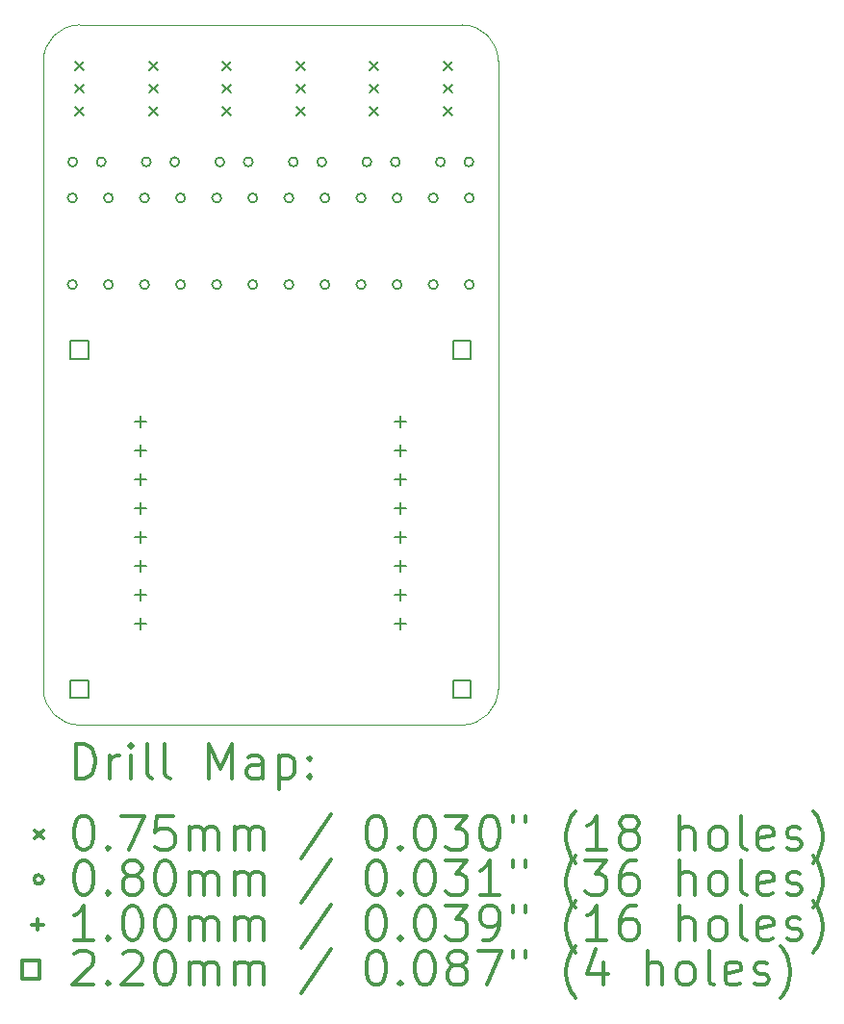
<source format=gbr>
%FSLAX45Y45*%
G04 Gerber Fmt 4.5, Leading zero omitted, Abs format (unit mm)*
G04 Created by KiCad (PCBNEW (5.1.9)-1) date 2021-04-24 19:21:57*
%MOMM*%
%LPD*%
G01*
G04 APERTURE LIST*
%TA.AperFunction,Profile*%
%ADD10C,0.050000*%
%TD*%
%ADD11C,0.200000*%
%ADD12C,0.300000*%
G04 APERTURE END LIST*
D10*
X10414000Y-7685000D02*
G75*
G02*
X10731500Y-7367500I317500J0D01*
G01*
X14097000Y-7367500D02*
G75*
G02*
X14414500Y-7685000I0J-317500D01*
G01*
X10731500Y-13527000D02*
G75*
G02*
X10414000Y-13209500I0J317500D01*
G01*
X14414500Y-13209500D02*
G75*
G02*
X14097000Y-13527000I-317500J0D01*
G01*
X14097000Y-7367500D02*
X10731500Y-7367500D01*
X14414500Y-13209500D02*
X14414500Y-7685000D01*
X10414000Y-13209500D02*
X10414000Y-7685000D01*
X10731500Y-13527000D02*
X14097000Y-13527000D01*
D11*
X10694000Y-7690500D02*
X10769000Y-7765500D01*
X10769000Y-7690500D02*
X10694000Y-7765500D01*
X10694000Y-7890500D02*
X10769000Y-7965500D01*
X10769000Y-7890500D02*
X10694000Y-7965500D01*
X10694000Y-8090500D02*
X10769000Y-8165500D01*
X10769000Y-8090500D02*
X10694000Y-8165500D01*
X11341700Y-7690500D02*
X11416700Y-7765500D01*
X11416700Y-7690500D02*
X11341700Y-7765500D01*
X11341700Y-7890500D02*
X11416700Y-7965500D01*
X11416700Y-7890500D02*
X11341700Y-7965500D01*
X11341700Y-8090500D02*
X11416700Y-8165500D01*
X11416700Y-8090500D02*
X11341700Y-8165500D01*
X11989400Y-7690500D02*
X12064400Y-7765500D01*
X12064400Y-7690500D02*
X11989400Y-7765500D01*
X11989400Y-7890500D02*
X12064400Y-7965500D01*
X12064400Y-7890500D02*
X11989400Y-7965500D01*
X11989400Y-8090500D02*
X12064400Y-8165500D01*
X12064400Y-8090500D02*
X11989400Y-8165500D01*
X12637100Y-7690500D02*
X12712100Y-7765500D01*
X12712100Y-7690500D02*
X12637100Y-7765500D01*
X12637100Y-7890500D02*
X12712100Y-7965500D01*
X12712100Y-7890500D02*
X12637100Y-7965500D01*
X12637100Y-8090500D02*
X12712100Y-8165500D01*
X12712100Y-8090500D02*
X12637100Y-8165500D01*
X13284800Y-7690500D02*
X13359800Y-7765500D01*
X13359800Y-7690500D02*
X13284800Y-7765500D01*
X13284800Y-7890500D02*
X13359800Y-7965500D01*
X13359800Y-7890500D02*
X13284800Y-7965500D01*
X13284800Y-8090500D02*
X13359800Y-8165500D01*
X13359800Y-8090500D02*
X13284800Y-8165500D01*
X13932500Y-7690500D02*
X14007500Y-7765500D01*
X14007500Y-7690500D02*
X13932500Y-7765500D01*
X13932500Y-7890500D02*
X14007500Y-7965500D01*
X14007500Y-7890500D02*
X13932500Y-7965500D01*
X13932500Y-8090500D02*
X14007500Y-8165500D01*
X14007500Y-8090500D02*
X13932500Y-8165500D01*
X10708000Y-8890000D02*
G75*
G03*
X10708000Y-8890000I-40000J0D01*
G01*
X10708000Y-9652000D02*
G75*
G03*
X10708000Y-9652000I-40000J0D01*
G01*
X10712000Y-8572500D02*
G75*
G03*
X10712000Y-8572500I-40000J0D01*
G01*
X10962000Y-8572500D02*
G75*
G03*
X10962000Y-8572500I-40000J0D01*
G01*
X11025500Y-8890000D02*
G75*
G03*
X11025500Y-8890000I-40000J0D01*
G01*
X11025500Y-9652000D02*
G75*
G03*
X11025500Y-9652000I-40000J0D01*
G01*
X11343000Y-8890000D02*
G75*
G03*
X11343000Y-8890000I-40000J0D01*
G01*
X11343000Y-9652000D02*
G75*
G03*
X11343000Y-9652000I-40000J0D01*
G01*
X11358900Y-8572500D02*
G75*
G03*
X11358900Y-8572500I-40000J0D01*
G01*
X11608900Y-8572500D02*
G75*
G03*
X11608900Y-8572500I-40000J0D01*
G01*
X11660500Y-8890000D02*
G75*
G03*
X11660500Y-8890000I-40000J0D01*
G01*
X11660500Y-9652000D02*
G75*
G03*
X11660500Y-9652000I-40000J0D01*
G01*
X11978000Y-8890000D02*
G75*
G03*
X11978000Y-8890000I-40000J0D01*
G01*
X11978000Y-9652000D02*
G75*
G03*
X11978000Y-9652000I-40000J0D01*
G01*
X12005800Y-8572500D02*
G75*
G03*
X12005800Y-8572500I-40000J0D01*
G01*
X12255800Y-8572500D02*
G75*
G03*
X12255800Y-8572500I-40000J0D01*
G01*
X12295500Y-8890000D02*
G75*
G03*
X12295500Y-8890000I-40000J0D01*
G01*
X12295500Y-9652000D02*
G75*
G03*
X12295500Y-9652000I-40000J0D01*
G01*
X12613000Y-8890000D02*
G75*
G03*
X12613000Y-8890000I-40000J0D01*
G01*
X12613000Y-9652000D02*
G75*
G03*
X12613000Y-9652000I-40000J0D01*
G01*
X12652700Y-8572500D02*
G75*
G03*
X12652700Y-8572500I-40000J0D01*
G01*
X12902700Y-8572500D02*
G75*
G03*
X12902700Y-8572500I-40000J0D01*
G01*
X12930500Y-8890000D02*
G75*
G03*
X12930500Y-8890000I-40000J0D01*
G01*
X12930500Y-9652000D02*
G75*
G03*
X12930500Y-9652000I-40000J0D01*
G01*
X13248000Y-8890000D02*
G75*
G03*
X13248000Y-8890000I-40000J0D01*
G01*
X13248000Y-9652000D02*
G75*
G03*
X13248000Y-9652000I-40000J0D01*
G01*
X13299600Y-8572500D02*
G75*
G03*
X13299600Y-8572500I-40000J0D01*
G01*
X13549600Y-8572500D02*
G75*
G03*
X13549600Y-8572500I-40000J0D01*
G01*
X13565500Y-8890000D02*
G75*
G03*
X13565500Y-8890000I-40000J0D01*
G01*
X13565500Y-9652000D02*
G75*
G03*
X13565500Y-9652000I-40000J0D01*
G01*
X13883000Y-8890000D02*
G75*
G03*
X13883000Y-8890000I-40000J0D01*
G01*
X13883000Y-9652000D02*
G75*
G03*
X13883000Y-9652000I-40000J0D01*
G01*
X13946500Y-8572500D02*
G75*
G03*
X13946500Y-8572500I-40000J0D01*
G01*
X14196500Y-8572500D02*
G75*
G03*
X14196500Y-8572500I-40000J0D01*
G01*
X14200500Y-8890000D02*
G75*
G03*
X14200500Y-8890000I-40000J0D01*
G01*
X14200500Y-9652000D02*
G75*
G03*
X14200500Y-9652000I-40000J0D01*
G01*
X11271000Y-10810000D02*
X11271000Y-10910000D01*
X11221000Y-10860000D02*
X11321000Y-10860000D01*
X11271000Y-11064000D02*
X11271000Y-11164000D01*
X11221000Y-11114000D02*
X11321000Y-11114000D01*
X11271000Y-11318000D02*
X11271000Y-11418000D01*
X11221000Y-11368000D02*
X11321000Y-11368000D01*
X11271000Y-11572000D02*
X11271000Y-11672000D01*
X11221000Y-11622000D02*
X11321000Y-11622000D01*
X11271000Y-11826000D02*
X11271000Y-11926000D01*
X11221000Y-11876000D02*
X11321000Y-11876000D01*
X11271000Y-12080000D02*
X11271000Y-12180000D01*
X11221000Y-12130000D02*
X11321000Y-12130000D01*
X11271000Y-12334000D02*
X11271000Y-12434000D01*
X11221000Y-12384000D02*
X11321000Y-12384000D01*
X11271000Y-12588000D02*
X11271000Y-12688000D01*
X11221000Y-12638000D02*
X11321000Y-12638000D01*
X13557000Y-10810000D02*
X13557000Y-10910000D01*
X13507000Y-10860000D02*
X13607000Y-10860000D01*
X13557000Y-11064000D02*
X13557000Y-11164000D01*
X13507000Y-11114000D02*
X13607000Y-11114000D01*
X13557000Y-11318000D02*
X13557000Y-11418000D01*
X13507000Y-11368000D02*
X13607000Y-11368000D01*
X13557000Y-11572000D02*
X13557000Y-11672000D01*
X13507000Y-11622000D02*
X13607000Y-11622000D01*
X13557000Y-11826000D02*
X13557000Y-11926000D01*
X13507000Y-11876000D02*
X13607000Y-11876000D01*
X13557000Y-12080000D02*
X13557000Y-12180000D01*
X13507000Y-12130000D02*
X13607000Y-12130000D01*
X13557000Y-12334000D02*
X13557000Y-12434000D01*
X13507000Y-12384000D02*
X13607000Y-12384000D01*
X13557000Y-12588000D02*
X13557000Y-12688000D01*
X13507000Y-12638000D02*
X13607000Y-12638000D01*
X10809283Y-10302783D02*
X10809283Y-10147218D01*
X10653718Y-10147218D01*
X10653718Y-10302783D01*
X10809283Y-10302783D01*
X10809283Y-13287282D02*
X10809283Y-13131717D01*
X10653718Y-13131717D01*
X10653718Y-13287282D01*
X10809283Y-13287282D01*
X14174782Y-10302783D02*
X14174782Y-10147218D01*
X14019217Y-10147218D01*
X14019217Y-10302783D01*
X14174782Y-10302783D01*
X14174782Y-13287282D02*
X14174782Y-13131717D01*
X14019217Y-13131717D01*
X14019217Y-13287282D01*
X14174782Y-13287282D01*
D12*
X10697928Y-13995214D02*
X10697928Y-13695214D01*
X10769357Y-13695214D01*
X10812214Y-13709500D01*
X10840786Y-13738071D01*
X10855071Y-13766643D01*
X10869357Y-13823786D01*
X10869357Y-13866643D01*
X10855071Y-13923786D01*
X10840786Y-13952357D01*
X10812214Y-13980929D01*
X10769357Y-13995214D01*
X10697928Y-13995214D01*
X10997928Y-13995214D02*
X10997928Y-13795214D01*
X10997928Y-13852357D02*
X11012214Y-13823786D01*
X11026500Y-13809500D01*
X11055071Y-13795214D01*
X11083643Y-13795214D01*
X11183643Y-13995214D02*
X11183643Y-13795214D01*
X11183643Y-13695214D02*
X11169357Y-13709500D01*
X11183643Y-13723786D01*
X11197928Y-13709500D01*
X11183643Y-13695214D01*
X11183643Y-13723786D01*
X11369357Y-13995214D02*
X11340786Y-13980929D01*
X11326500Y-13952357D01*
X11326500Y-13695214D01*
X11526500Y-13995214D02*
X11497928Y-13980929D01*
X11483643Y-13952357D01*
X11483643Y-13695214D01*
X11869357Y-13995214D02*
X11869357Y-13695214D01*
X11969357Y-13909500D01*
X12069357Y-13695214D01*
X12069357Y-13995214D01*
X12340786Y-13995214D02*
X12340786Y-13838071D01*
X12326500Y-13809500D01*
X12297928Y-13795214D01*
X12240786Y-13795214D01*
X12212214Y-13809500D01*
X12340786Y-13980929D02*
X12312214Y-13995214D01*
X12240786Y-13995214D01*
X12212214Y-13980929D01*
X12197928Y-13952357D01*
X12197928Y-13923786D01*
X12212214Y-13895214D01*
X12240786Y-13880929D01*
X12312214Y-13880929D01*
X12340786Y-13866643D01*
X12483643Y-13795214D02*
X12483643Y-14095214D01*
X12483643Y-13809500D02*
X12512214Y-13795214D01*
X12569357Y-13795214D01*
X12597928Y-13809500D01*
X12612214Y-13823786D01*
X12626500Y-13852357D01*
X12626500Y-13938071D01*
X12612214Y-13966643D01*
X12597928Y-13980929D01*
X12569357Y-13995214D01*
X12512214Y-13995214D01*
X12483643Y-13980929D01*
X12755071Y-13966643D02*
X12769357Y-13980929D01*
X12755071Y-13995214D01*
X12740786Y-13980929D01*
X12755071Y-13966643D01*
X12755071Y-13995214D01*
X12755071Y-13809500D02*
X12769357Y-13823786D01*
X12755071Y-13838071D01*
X12740786Y-13823786D01*
X12755071Y-13809500D01*
X12755071Y-13838071D01*
X10336500Y-14452000D02*
X10411500Y-14527000D01*
X10411500Y-14452000D02*
X10336500Y-14527000D01*
X10755071Y-14325214D02*
X10783643Y-14325214D01*
X10812214Y-14339500D01*
X10826500Y-14353786D01*
X10840786Y-14382357D01*
X10855071Y-14439500D01*
X10855071Y-14510929D01*
X10840786Y-14568071D01*
X10826500Y-14596643D01*
X10812214Y-14610929D01*
X10783643Y-14625214D01*
X10755071Y-14625214D01*
X10726500Y-14610929D01*
X10712214Y-14596643D01*
X10697928Y-14568071D01*
X10683643Y-14510929D01*
X10683643Y-14439500D01*
X10697928Y-14382357D01*
X10712214Y-14353786D01*
X10726500Y-14339500D01*
X10755071Y-14325214D01*
X10983643Y-14596643D02*
X10997928Y-14610929D01*
X10983643Y-14625214D01*
X10969357Y-14610929D01*
X10983643Y-14596643D01*
X10983643Y-14625214D01*
X11097928Y-14325214D02*
X11297928Y-14325214D01*
X11169357Y-14625214D01*
X11555071Y-14325214D02*
X11412214Y-14325214D01*
X11397928Y-14468071D01*
X11412214Y-14453786D01*
X11440786Y-14439500D01*
X11512214Y-14439500D01*
X11540786Y-14453786D01*
X11555071Y-14468071D01*
X11569357Y-14496643D01*
X11569357Y-14568071D01*
X11555071Y-14596643D01*
X11540786Y-14610929D01*
X11512214Y-14625214D01*
X11440786Y-14625214D01*
X11412214Y-14610929D01*
X11397928Y-14596643D01*
X11697928Y-14625214D02*
X11697928Y-14425214D01*
X11697928Y-14453786D02*
X11712214Y-14439500D01*
X11740786Y-14425214D01*
X11783643Y-14425214D01*
X11812214Y-14439500D01*
X11826500Y-14468071D01*
X11826500Y-14625214D01*
X11826500Y-14468071D02*
X11840786Y-14439500D01*
X11869357Y-14425214D01*
X11912214Y-14425214D01*
X11940786Y-14439500D01*
X11955071Y-14468071D01*
X11955071Y-14625214D01*
X12097928Y-14625214D02*
X12097928Y-14425214D01*
X12097928Y-14453786D02*
X12112214Y-14439500D01*
X12140786Y-14425214D01*
X12183643Y-14425214D01*
X12212214Y-14439500D01*
X12226500Y-14468071D01*
X12226500Y-14625214D01*
X12226500Y-14468071D02*
X12240786Y-14439500D01*
X12269357Y-14425214D01*
X12312214Y-14425214D01*
X12340786Y-14439500D01*
X12355071Y-14468071D01*
X12355071Y-14625214D01*
X12940786Y-14310929D02*
X12683643Y-14696643D01*
X13326500Y-14325214D02*
X13355071Y-14325214D01*
X13383643Y-14339500D01*
X13397928Y-14353786D01*
X13412214Y-14382357D01*
X13426500Y-14439500D01*
X13426500Y-14510929D01*
X13412214Y-14568071D01*
X13397928Y-14596643D01*
X13383643Y-14610929D01*
X13355071Y-14625214D01*
X13326500Y-14625214D01*
X13297928Y-14610929D01*
X13283643Y-14596643D01*
X13269357Y-14568071D01*
X13255071Y-14510929D01*
X13255071Y-14439500D01*
X13269357Y-14382357D01*
X13283643Y-14353786D01*
X13297928Y-14339500D01*
X13326500Y-14325214D01*
X13555071Y-14596643D02*
X13569357Y-14610929D01*
X13555071Y-14625214D01*
X13540786Y-14610929D01*
X13555071Y-14596643D01*
X13555071Y-14625214D01*
X13755071Y-14325214D02*
X13783643Y-14325214D01*
X13812214Y-14339500D01*
X13826500Y-14353786D01*
X13840786Y-14382357D01*
X13855071Y-14439500D01*
X13855071Y-14510929D01*
X13840786Y-14568071D01*
X13826500Y-14596643D01*
X13812214Y-14610929D01*
X13783643Y-14625214D01*
X13755071Y-14625214D01*
X13726500Y-14610929D01*
X13712214Y-14596643D01*
X13697928Y-14568071D01*
X13683643Y-14510929D01*
X13683643Y-14439500D01*
X13697928Y-14382357D01*
X13712214Y-14353786D01*
X13726500Y-14339500D01*
X13755071Y-14325214D01*
X13955071Y-14325214D02*
X14140786Y-14325214D01*
X14040786Y-14439500D01*
X14083643Y-14439500D01*
X14112214Y-14453786D01*
X14126500Y-14468071D01*
X14140786Y-14496643D01*
X14140786Y-14568071D01*
X14126500Y-14596643D01*
X14112214Y-14610929D01*
X14083643Y-14625214D01*
X13997928Y-14625214D01*
X13969357Y-14610929D01*
X13955071Y-14596643D01*
X14326500Y-14325214D02*
X14355071Y-14325214D01*
X14383643Y-14339500D01*
X14397928Y-14353786D01*
X14412214Y-14382357D01*
X14426500Y-14439500D01*
X14426500Y-14510929D01*
X14412214Y-14568071D01*
X14397928Y-14596643D01*
X14383643Y-14610929D01*
X14355071Y-14625214D01*
X14326500Y-14625214D01*
X14297928Y-14610929D01*
X14283643Y-14596643D01*
X14269357Y-14568071D01*
X14255071Y-14510929D01*
X14255071Y-14439500D01*
X14269357Y-14382357D01*
X14283643Y-14353786D01*
X14297928Y-14339500D01*
X14326500Y-14325214D01*
X14540786Y-14325214D02*
X14540786Y-14382357D01*
X14655071Y-14325214D02*
X14655071Y-14382357D01*
X15097928Y-14739500D02*
X15083643Y-14725214D01*
X15055071Y-14682357D01*
X15040786Y-14653786D01*
X15026500Y-14610929D01*
X15012214Y-14539500D01*
X15012214Y-14482357D01*
X15026500Y-14410929D01*
X15040786Y-14368071D01*
X15055071Y-14339500D01*
X15083643Y-14296643D01*
X15097928Y-14282357D01*
X15369357Y-14625214D02*
X15197928Y-14625214D01*
X15283643Y-14625214D02*
X15283643Y-14325214D01*
X15255071Y-14368071D01*
X15226500Y-14396643D01*
X15197928Y-14410929D01*
X15540786Y-14453786D02*
X15512214Y-14439500D01*
X15497928Y-14425214D01*
X15483643Y-14396643D01*
X15483643Y-14382357D01*
X15497928Y-14353786D01*
X15512214Y-14339500D01*
X15540786Y-14325214D01*
X15597928Y-14325214D01*
X15626500Y-14339500D01*
X15640786Y-14353786D01*
X15655071Y-14382357D01*
X15655071Y-14396643D01*
X15640786Y-14425214D01*
X15626500Y-14439500D01*
X15597928Y-14453786D01*
X15540786Y-14453786D01*
X15512214Y-14468071D01*
X15497928Y-14482357D01*
X15483643Y-14510929D01*
X15483643Y-14568071D01*
X15497928Y-14596643D01*
X15512214Y-14610929D01*
X15540786Y-14625214D01*
X15597928Y-14625214D01*
X15626500Y-14610929D01*
X15640786Y-14596643D01*
X15655071Y-14568071D01*
X15655071Y-14510929D01*
X15640786Y-14482357D01*
X15626500Y-14468071D01*
X15597928Y-14453786D01*
X16012214Y-14625214D02*
X16012214Y-14325214D01*
X16140786Y-14625214D02*
X16140786Y-14468071D01*
X16126500Y-14439500D01*
X16097928Y-14425214D01*
X16055071Y-14425214D01*
X16026500Y-14439500D01*
X16012214Y-14453786D01*
X16326500Y-14625214D02*
X16297928Y-14610929D01*
X16283643Y-14596643D01*
X16269357Y-14568071D01*
X16269357Y-14482357D01*
X16283643Y-14453786D01*
X16297928Y-14439500D01*
X16326500Y-14425214D01*
X16369357Y-14425214D01*
X16397928Y-14439500D01*
X16412214Y-14453786D01*
X16426500Y-14482357D01*
X16426500Y-14568071D01*
X16412214Y-14596643D01*
X16397928Y-14610929D01*
X16369357Y-14625214D01*
X16326500Y-14625214D01*
X16597928Y-14625214D02*
X16569357Y-14610929D01*
X16555071Y-14582357D01*
X16555071Y-14325214D01*
X16826500Y-14610929D02*
X16797928Y-14625214D01*
X16740786Y-14625214D01*
X16712214Y-14610929D01*
X16697928Y-14582357D01*
X16697928Y-14468071D01*
X16712214Y-14439500D01*
X16740786Y-14425214D01*
X16797928Y-14425214D01*
X16826500Y-14439500D01*
X16840786Y-14468071D01*
X16840786Y-14496643D01*
X16697928Y-14525214D01*
X16955071Y-14610929D02*
X16983643Y-14625214D01*
X17040786Y-14625214D01*
X17069357Y-14610929D01*
X17083643Y-14582357D01*
X17083643Y-14568071D01*
X17069357Y-14539500D01*
X17040786Y-14525214D01*
X16997928Y-14525214D01*
X16969357Y-14510929D01*
X16955071Y-14482357D01*
X16955071Y-14468071D01*
X16969357Y-14439500D01*
X16997928Y-14425214D01*
X17040786Y-14425214D01*
X17069357Y-14439500D01*
X17183643Y-14739500D02*
X17197928Y-14725214D01*
X17226500Y-14682357D01*
X17240786Y-14653786D01*
X17255071Y-14610929D01*
X17269357Y-14539500D01*
X17269357Y-14482357D01*
X17255071Y-14410929D01*
X17240786Y-14368071D01*
X17226500Y-14339500D01*
X17197928Y-14296643D01*
X17183643Y-14282357D01*
X10411500Y-14885500D02*
G75*
G03*
X10411500Y-14885500I-40000J0D01*
G01*
X10755071Y-14721214D02*
X10783643Y-14721214D01*
X10812214Y-14735500D01*
X10826500Y-14749786D01*
X10840786Y-14778357D01*
X10855071Y-14835500D01*
X10855071Y-14906929D01*
X10840786Y-14964071D01*
X10826500Y-14992643D01*
X10812214Y-15006929D01*
X10783643Y-15021214D01*
X10755071Y-15021214D01*
X10726500Y-15006929D01*
X10712214Y-14992643D01*
X10697928Y-14964071D01*
X10683643Y-14906929D01*
X10683643Y-14835500D01*
X10697928Y-14778357D01*
X10712214Y-14749786D01*
X10726500Y-14735500D01*
X10755071Y-14721214D01*
X10983643Y-14992643D02*
X10997928Y-15006929D01*
X10983643Y-15021214D01*
X10969357Y-15006929D01*
X10983643Y-14992643D01*
X10983643Y-15021214D01*
X11169357Y-14849786D02*
X11140786Y-14835500D01*
X11126500Y-14821214D01*
X11112214Y-14792643D01*
X11112214Y-14778357D01*
X11126500Y-14749786D01*
X11140786Y-14735500D01*
X11169357Y-14721214D01*
X11226500Y-14721214D01*
X11255071Y-14735500D01*
X11269357Y-14749786D01*
X11283643Y-14778357D01*
X11283643Y-14792643D01*
X11269357Y-14821214D01*
X11255071Y-14835500D01*
X11226500Y-14849786D01*
X11169357Y-14849786D01*
X11140786Y-14864071D01*
X11126500Y-14878357D01*
X11112214Y-14906929D01*
X11112214Y-14964071D01*
X11126500Y-14992643D01*
X11140786Y-15006929D01*
X11169357Y-15021214D01*
X11226500Y-15021214D01*
X11255071Y-15006929D01*
X11269357Y-14992643D01*
X11283643Y-14964071D01*
X11283643Y-14906929D01*
X11269357Y-14878357D01*
X11255071Y-14864071D01*
X11226500Y-14849786D01*
X11469357Y-14721214D02*
X11497928Y-14721214D01*
X11526500Y-14735500D01*
X11540786Y-14749786D01*
X11555071Y-14778357D01*
X11569357Y-14835500D01*
X11569357Y-14906929D01*
X11555071Y-14964071D01*
X11540786Y-14992643D01*
X11526500Y-15006929D01*
X11497928Y-15021214D01*
X11469357Y-15021214D01*
X11440786Y-15006929D01*
X11426500Y-14992643D01*
X11412214Y-14964071D01*
X11397928Y-14906929D01*
X11397928Y-14835500D01*
X11412214Y-14778357D01*
X11426500Y-14749786D01*
X11440786Y-14735500D01*
X11469357Y-14721214D01*
X11697928Y-15021214D02*
X11697928Y-14821214D01*
X11697928Y-14849786D02*
X11712214Y-14835500D01*
X11740786Y-14821214D01*
X11783643Y-14821214D01*
X11812214Y-14835500D01*
X11826500Y-14864071D01*
X11826500Y-15021214D01*
X11826500Y-14864071D02*
X11840786Y-14835500D01*
X11869357Y-14821214D01*
X11912214Y-14821214D01*
X11940786Y-14835500D01*
X11955071Y-14864071D01*
X11955071Y-15021214D01*
X12097928Y-15021214D02*
X12097928Y-14821214D01*
X12097928Y-14849786D02*
X12112214Y-14835500D01*
X12140786Y-14821214D01*
X12183643Y-14821214D01*
X12212214Y-14835500D01*
X12226500Y-14864071D01*
X12226500Y-15021214D01*
X12226500Y-14864071D02*
X12240786Y-14835500D01*
X12269357Y-14821214D01*
X12312214Y-14821214D01*
X12340786Y-14835500D01*
X12355071Y-14864071D01*
X12355071Y-15021214D01*
X12940786Y-14706929D02*
X12683643Y-15092643D01*
X13326500Y-14721214D02*
X13355071Y-14721214D01*
X13383643Y-14735500D01*
X13397928Y-14749786D01*
X13412214Y-14778357D01*
X13426500Y-14835500D01*
X13426500Y-14906929D01*
X13412214Y-14964071D01*
X13397928Y-14992643D01*
X13383643Y-15006929D01*
X13355071Y-15021214D01*
X13326500Y-15021214D01*
X13297928Y-15006929D01*
X13283643Y-14992643D01*
X13269357Y-14964071D01*
X13255071Y-14906929D01*
X13255071Y-14835500D01*
X13269357Y-14778357D01*
X13283643Y-14749786D01*
X13297928Y-14735500D01*
X13326500Y-14721214D01*
X13555071Y-14992643D02*
X13569357Y-15006929D01*
X13555071Y-15021214D01*
X13540786Y-15006929D01*
X13555071Y-14992643D01*
X13555071Y-15021214D01*
X13755071Y-14721214D02*
X13783643Y-14721214D01*
X13812214Y-14735500D01*
X13826500Y-14749786D01*
X13840786Y-14778357D01*
X13855071Y-14835500D01*
X13855071Y-14906929D01*
X13840786Y-14964071D01*
X13826500Y-14992643D01*
X13812214Y-15006929D01*
X13783643Y-15021214D01*
X13755071Y-15021214D01*
X13726500Y-15006929D01*
X13712214Y-14992643D01*
X13697928Y-14964071D01*
X13683643Y-14906929D01*
X13683643Y-14835500D01*
X13697928Y-14778357D01*
X13712214Y-14749786D01*
X13726500Y-14735500D01*
X13755071Y-14721214D01*
X13955071Y-14721214D02*
X14140786Y-14721214D01*
X14040786Y-14835500D01*
X14083643Y-14835500D01*
X14112214Y-14849786D01*
X14126500Y-14864071D01*
X14140786Y-14892643D01*
X14140786Y-14964071D01*
X14126500Y-14992643D01*
X14112214Y-15006929D01*
X14083643Y-15021214D01*
X13997928Y-15021214D01*
X13969357Y-15006929D01*
X13955071Y-14992643D01*
X14426500Y-15021214D02*
X14255071Y-15021214D01*
X14340786Y-15021214D02*
X14340786Y-14721214D01*
X14312214Y-14764071D01*
X14283643Y-14792643D01*
X14255071Y-14806929D01*
X14540786Y-14721214D02*
X14540786Y-14778357D01*
X14655071Y-14721214D02*
X14655071Y-14778357D01*
X15097928Y-15135500D02*
X15083643Y-15121214D01*
X15055071Y-15078357D01*
X15040786Y-15049786D01*
X15026500Y-15006929D01*
X15012214Y-14935500D01*
X15012214Y-14878357D01*
X15026500Y-14806929D01*
X15040786Y-14764071D01*
X15055071Y-14735500D01*
X15083643Y-14692643D01*
X15097928Y-14678357D01*
X15183643Y-14721214D02*
X15369357Y-14721214D01*
X15269357Y-14835500D01*
X15312214Y-14835500D01*
X15340786Y-14849786D01*
X15355071Y-14864071D01*
X15369357Y-14892643D01*
X15369357Y-14964071D01*
X15355071Y-14992643D01*
X15340786Y-15006929D01*
X15312214Y-15021214D01*
X15226500Y-15021214D01*
X15197928Y-15006929D01*
X15183643Y-14992643D01*
X15626500Y-14721214D02*
X15569357Y-14721214D01*
X15540786Y-14735500D01*
X15526500Y-14749786D01*
X15497928Y-14792643D01*
X15483643Y-14849786D01*
X15483643Y-14964071D01*
X15497928Y-14992643D01*
X15512214Y-15006929D01*
X15540786Y-15021214D01*
X15597928Y-15021214D01*
X15626500Y-15006929D01*
X15640786Y-14992643D01*
X15655071Y-14964071D01*
X15655071Y-14892643D01*
X15640786Y-14864071D01*
X15626500Y-14849786D01*
X15597928Y-14835500D01*
X15540786Y-14835500D01*
X15512214Y-14849786D01*
X15497928Y-14864071D01*
X15483643Y-14892643D01*
X16012214Y-15021214D02*
X16012214Y-14721214D01*
X16140786Y-15021214D02*
X16140786Y-14864071D01*
X16126500Y-14835500D01*
X16097928Y-14821214D01*
X16055071Y-14821214D01*
X16026500Y-14835500D01*
X16012214Y-14849786D01*
X16326500Y-15021214D02*
X16297928Y-15006929D01*
X16283643Y-14992643D01*
X16269357Y-14964071D01*
X16269357Y-14878357D01*
X16283643Y-14849786D01*
X16297928Y-14835500D01*
X16326500Y-14821214D01*
X16369357Y-14821214D01*
X16397928Y-14835500D01*
X16412214Y-14849786D01*
X16426500Y-14878357D01*
X16426500Y-14964071D01*
X16412214Y-14992643D01*
X16397928Y-15006929D01*
X16369357Y-15021214D01*
X16326500Y-15021214D01*
X16597928Y-15021214D02*
X16569357Y-15006929D01*
X16555071Y-14978357D01*
X16555071Y-14721214D01*
X16826500Y-15006929D02*
X16797928Y-15021214D01*
X16740786Y-15021214D01*
X16712214Y-15006929D01*
X16697928Y-14978357D01*
X16697928Y-14864071D01*
X16712214Y-14835500D01*
X16740786Y-14821214D01*
X16797928Y-14821214D01*
X16826500Y-14835500D01*
X16840786Y-14864071D01*
X16840786Y-14892643D01*
X16697928Y-14921214D01*
X16955071Y-15006929D02*
X16983643Y-15021214D01*
X17040786Y-15021214D01*
X17069357Y-15006929D01*
X17083643Y-14978357D01*
X17083643Y-14964071D01*
X17069357Y-14935500D01*
X17040786Y-14921214D01*
X16997928Y-14921214D01*
X16969357Y-14906929D01*
X16955071Y-14878357D01*
X16955071Y-14864071D01*
X16969357Y-14835500D01*
X16997928Y-14821214D01*
X17040786Y-14821214D01*
X17069357Y-14835500D01*
X17183643Y-15135500D02*
X17197928Y-15121214D01*
X17226500Y-15078357D01*
X17240786Y-15049786D01*
X17255071Y-15006929D01*
X17269357Y-14935500D01*
X17269357Y-14878357D01*
X17255071Y-14806929D01*
X17240786Y-14764071D01*
X17226500Y-14735500D01*
X17197928Y-14692643D01*
X17183643Y-14678357D01*
X10361500Y-15231500D02*
X10361500Y-15331500D01*
X10311500Y-15281500D02*
X10411500Y-15281500D01*
X10855071Y-15417214D02*
X10683643Y-15417214D01*
X10769357Y-15417214D02*
X10769357Y-15117214D01*
X10740786Y-15160071D01*
X10712214Y-15188643D01*
X10683643Y-15202929D01*
X10983643Y-15388643D02*
X10997928Y-15402929D01*
X10983643Y-15417214D01*
X10969357Y-15402929D01*
X10983643Y-15388643D01*
X10983643Y-15417214D01*
X11183643Y-15117214D02*
X11212214Y-15117214D01*
X11240786Y-15131500D01*
X11255071Y-15145786D01*
X11269357Y-15174357D01*
X11283643Y-15231500D01*
X11283643Y-15302929D01*
X11269357Y-15360071D01*
X11255071Y-15388643D01*
X11240786Y-15402929D01*
X11212214Y-15417214D01*
X11183643Y-15417214D01*
X11155071Y-15402929D01*
X11140786Y-15388643D01*
X11126500Y-15360071D01*
X11112214Y-15302929D01*
X11112214Y-15231500D01*
X11126500Y-15174357D01*
X11140786Y-15145786D01*
X11155071Y-15131500D01*
X11183643Y-15117214D01*
X11469357Y-15117214D02*
X11497928Y-15117214D01*
X11526500Y-15131500D01*
X11540786Y-15145786D01*
X11555071Y-15174357D01*
X11569357Y-15231500D01*
X11569357Y-15302929D01*
X11555071Y-15360071D01*
X11540786Y-15388643D01*
X11526500Y-15402929D01*
X11497928Y-15417214D01*
X11469357Y-15417214D01*
X11440786Y-15402929D01*
X11426500Y-15388643D01*
X11412214Y-15360071D01*
X11397928Y-15302929D01*
X11397928Y-15231500D01*
X11412214Y-15174357D01*
X11426500Y-15145786D01*
X11440786Y-15131500D01*
X11469357Y-15117214D01*
X11697928Y-15417214D02*
X11697928Y-15217214D01*
X11697928Y-15245786D02*
X11712214Y-15231500D01*
X11740786Y-15217214D01*
X11783643Y-15217214D01*
X11812214Y-15231500D01*
X11826500Y-15260071D01*
X11826500Y-15417214D01*
X11826500Y-15260071D02*
X11840786Y-15231500D01*
X11869357Y-15217214D01*
X11912214Y-15217214D01*
X11940786Y-15231500D01*
X11955071Y-15260071D01*
X11955071Y-15417214D01*
X12097928Y-15417214D02*
X12097928Y-15217214D01*
X12097928Y-15245786D02*
X12112214Y-15231500D01*
X12140786Y-15217214D01*
X12183643Y-15217214D01*
X12212214Y-15231500D01*
X12226500Y-15260071D01*
X12226500Y-15417214D01*
X12226500Y-15260071D02*
X12240786Y-15231500D01*
X12269357Y-15217214D01*
X12312214Y-15217214D01*
X12340786Y-15231500D01*
X12355071Y-15260071D01*
X12355071Y-15417214D01*
X12940786Y-15102929D02*
X12683643Y-15488643D01*
X13326500Y-15117214D02*
X13355071Y-15117214D01*
X13383643Y-15131500D01*
X13397928Y-15145786D01*
X13412214Y-15174357D01*
X13426500Y-15231500D01*
X13426500Y-15302929D01*
X13412214Y-15360071D01*
X13397928Y-15388643D01*
X13383643Y-15402929D01*
X13355071Y-15417214D01*
X13326500Y-15417214D01*
X13297928Y-15402929D01*
X13283643Y-15388643D01*
X13269357Y-15360071D01*
X13255071Y-15302929D01*
X13255071Y-15231500D01*
X13269357Y-15174357D01*
X13283643Y-15145786D01*
X13297928Y-15131500D01*
X13326500Y-15117214D01*
X13555071Y-15388643D02*
X13569357Y-15402929D01*
X13555071Y-15417214D01*
X13540786Y-15402929D01*
X13555071Y-15388643D01*
X13555071Y-15417214D01*
X13755071Y-15117214D02*
X13783643Y-15117214D01*
X13812214Y-15131500D01*
X13826500Y-15145786D01*
X13840786Y-15174357D01*
X13855071Y-15231500D01*
X13855071Y-15302929D01*
X13840786Y-15360071D01*
X13826500Y-15388643D01*
X13812214Y-15402929D01*
X13783643Y-15417214D01*
X13755071Y-15417214D01*
X13726500Y-15402929D01*
X13712214Y-15388643D01*
X13697928Y-15360071D01*
X13683643Y-15302929D01*
X13683643Y-15231500D01*
X13697928Y-15174357D01*
X13712214Y-15145786D01*
X13726500Y-15131500D01*
X13755071Y-15117214D01*
X13955071Y-15117214D02*
X14140786Y-15117214D01*
X14040786Y-15231500D01*
X14083643Y-15231500D01*
X14112214Y-15245786D01*
X14126500Y-15260071D01*
X14140786Y-15288643D01*
X14140786Y-15360071D01*
X14126500Y-15388643D01*
X14112214Y-15402929D01*
X14083643Y-15417214D01*
X13997928Y-15417214D01*
X13969357Y-15402929D01*
X13955071Y-15388643D01*
X14283643Y-15417214D02*
X14340786Y-15417214D01*
X14369357Y-15402929D01*
X14383643Y-15388643D01*
X14412214Y-15345786D01*
X14426500Y-15288643D01*
X14426500Y-15174357D01*
X14412214Y-15145786D01*
X14397928Y-15131500D01*
X14369357Y-15117214D01*
X14312214Y-15117214D01*
X14283643Y-15131500D01*
X14269357Y-15145786D01*
X14255071Y-15174357D01*
X14255071Y-15245786D01*
X14269357Y-15274357D01*
X14283643Y-15288643D01*
X14312214Y-15302929D01*
X14369357Y-15302929D01*
X14397928Y-15288643D01*
X14412214Y-15274357D01*
X14426500Y-15245786D01*
X14540786Y-15117214D02*
X14540786Y-15174357D01*
X14655071Y-15117214D02*
X14655071Y-15174357D01*
X15097928Y-15531500D02*
X15083643Y-15517214D01*
X15055071Y-15474357D01*
X15040786Y-15445786D01*
X15026500Y-15402929D01*
X15012214Y-15331500D01*
X15012214Y-15274357D01*
X15026500Y-15202929D01*
X15040786Y-15160071D01*
X15055071Y-15131500D01*
X15083643Y-15088643D01*
X15097928Y-15074357D01*
X15369357Y-15417214D02*
X15197928Y-15417214D01*
X15283643Y-15417214D02*
X15283643Y-15117214D01*
X15255071Y-15160071D01*
X15226500Y-15188643D01*
X15197928Y-15202929D01*
X15626500Y-15117214D02*
X15569357Y-15117214D01*
X15540786Y-15131500D01*
X15526500Y-15145786D01*
X15497928Y-15188643D01*
X15483643Y-15245786D01*
X15483643Y-15360071D01*
X15497928Y-15388643D01*
X15512214Y-15402929D01*
X15540786Y-15417214D01*
X15597928Y-15417214D01*
X15626500Y-15402929D01*
X15640786Y-15388643D01*
X15655071Y-15360071D01*
X15655071Y-15288643D01*
X15640786Y-15260071D01*
X15626500Y-15245786D01*
X15597928Y-15231500D01*
X15540786Y-15231500D01*
X15512214Y-15245786D01*
X15497928Y-15260071D01*
X15483643Y-15288643D01*
X16012214Y-15417214D02*
X16012214Y-15117214D01*
X16140786Y-15417214D02*
X16140786Y-15260071D01*
X16126500Y-15231500D01*
X16097928Y-15217214D01*
X16055071Y-15217214D01*
X16026500Y-15231500D01*
X16012214Y-15245786D01*
X16326500Y-15417214D02*
X16297928Y-15402929D01*
X16283643Y-15388643D01*
X16269357Y-15360071D01*
X16269357Y-15274357D01*
X16283643Y-15245786D01*
X16297928Y-15231500D01*
X16326500Y-15217214D01*
X16369357Y-15217214D01*
X16397928Y-15231500D01*
X16412214Y-15245786D01*
X16426500Y-15274357D01*
X16426500Y-15360071D01*
X16412214Y-15388643D01*
X16397928Y-15402929D01*
X16369357Y-15417214D01*
X16326500Y-15417214D01*
X16597928Y-15417214D02*
X16569357Y-15402929D01*
X16555071Y-15374357D01*
X16555071Y-15117214D01*
X16826500Y-15402929D02*
X16797928Y-15417214D01*
X16740786Y-15417214D01*
X16712214Y-15402929D01*
X16697928Y-15374357D01*
X16697928Y-15260071D01*
X16712214Y-15231500D01*
X16740786Y-15217214D01*
X16797928Y-15217214D01*
X16826500Y-15231500D01*
X16840786Y-15260071D01*
X16840786Y-15288643D01*
X16697928Y-15317214D01*
X16955071Y-15402929D02*
X16983643Y-15417214D01*
X17040786Y-15417214D01*
X17069357Y-15402929D01*
X17083643Y-15374357D01*
X17083643Y-15360071D01*
X17069357Y-15331500D01*
X17040786Y-15317214D01*
X16997928Y-15317214D01*
X16969357Y-15302929D01*
X16955071Y-15274357D01*
X16955071Y-15260071D01*
X16969357Y-15231500D01*
X16997928Y-15217214D01*
X17040786Y-15217214D01*
X17069357Y-15231500D01*
X17183643Y-15531500D02*
X17197928Y-15517214D01*
X17226500Y-15474357D01*
X17240786Y-15445786D01*
X17255071Y-15402929D01*
X17269357Y-15331500D01*
X17269357Y-15274357D01*
X17255071Y-15202929D01*
X17240786Y-15160071D01*
X17226500Y-15131500D01*
X17197928Y-15088643D01*
X17183643Y-15074357D01*
X10379282Y-15755283D02*
X10379282Y-15599718D01*
X10223717Y-15599718D01*
X10223717Y-15755283D01*
X10379282Y-15755283D01*
X10683643Y-15541786D02*
X10697928Y-15527500D01*
X10726500Y-15513214D01*
X10797928Y-15513214D01*
X10826500Y-15527500D01*
X10840786Y-15541786D01*
X10855071Y-15570357D01*
X10855071Y-15598929D01*
X10840786Y-15641786D01*
X10669357Y-15813214D01*
X10855071Y-15813214D01*
X10983643Y-15784643D02*
X10997928Y-15798929D01*
X10983643Y-15813214D01*
X10969357Y-15798929D01*
X10983643Y-15784643D01*
X10983643Y-15813214D01*
X11112214Y-15541786D02*
X11126500Y-15527500D01*
X11155071Y-15513214D01*
X11226500Y-15513214D01*
X11255071Y-15527500D01*
X11269357Y-15541786D01*
X11283643Y-15570357D01*
X11283643Y-15598929D01*
X11269357Y-15641786D01*
X11097928Y-15813214D01*
X11283643Y-15813214D01*
X11469357Y-15513214D02*
X11497928Y-15513214D01*
X11526500Y-15527500D01*
X11540786Y-15541786D01*
X11555071Y-15570357D01*
X11569357Y-15627500D01*
X11569357Y-15698929D01*
X11555071Y-15756071D01*
X11540786Y-15784643D01*
X11526500Y-15798929D01*
X11497928Y-15813214D01*
X11469357Y-15813214D01*
X11440786Y-15798929D01*
X11426500Y-15784643D01*
X11412214Y-15756071D01*
X11397928Y-15698929D01*
X11397928Y-15627500D01*
X11412214Y-15570357D01*
X11426500Y-15541786D01*
X11440786Y-15527500D01*
X11469357Y-15513214D01*
X11697928Y-15813214D02*
X11697928Y-15613214D01*
X11697928Y-15641786D02*
X11712214Y-15627500D01*
X11740786Y-15613214D01*
X11783643Y-15613214D01*
X11812214Y-15627500D01*
X11826500Y-15656071D01*
X11826500Y-15813214D01*
X11826500Y-15656071D02*
X11840786Y-15627500D01*
X11869357Y-15613214D01*
X11912214Y-15613214D01*
X11940786Y-15627500D01*
X11955071Y-15656071D01*
X11955071Y-15813214D01*
X12097928Y-15813214D02*
X12097928Y-15613214D01*
X12097928Y-15641786D02*
X12112214Y-15627500D01*
X12140786Y-15613214D01*
X12183643Y-15613214D01*
X12212214Y-15627500D01*
X12226500Y-15656071D01*
X12226500Y-15813214D01*
X12226500Y-15656071D02*
X12240786Y-15627500D01*
X12269357Y-15613214D01*
X12312214Y-15613214D01*
X12340786Y-15627500D01*
X12355071Y-15656071D01*
X12355071Y-15813214D01*
X12940786Y-15498929D02*
X12683643Y-15884643D01*
X13326500Y-15513214D02*
X13355071Y-15513214D01*
X13383643Y-15527500D01*
X13397928Y-15541786D01*
X13412214Y-15570357D01*
X13426500Y-15627500D01*
X13426500Y-15698929D01*
X13412214Y-15756071D01*
X13397928Y-15784643D01*
X13383643Y-15798929D01*
X13355071Y-15813214D01*
X13326500Y-15813214D01*
X13297928Y-15798929D01*
X13283643Y-15784643D01*
X13269357Y-15756071D01*
X13255071Y-15698929D01*
X13255071Y-15627500D01*
X13269357Y-15570357D01*
X13283643Y-15541786D01*
X13297928Y-15527500D01*
X13326500Y-15513214D01*
X13555071Y-15784643D02*
X13569357Y-15798929D01*
X13555071Y-15813214D01*
X13540786Y-15798929D01*
X13555071Y-15784643D01*
X13555071Y-15813214D01*
X13755071Y-15513214D02*
X13783643Y-15513214D01*
X13812214Y-15527500D01*
X13826500Y-15541786D01*
X13840786Y-15570357D01*
X13855071Y-15627500D01*
X13855071Y-15698929D01*
X13840786Y-15756071D01*
X13826500Y-15784643D01*
X13812214Y-15798929D01*
X13783643Y-15813214D01*
X13755071Y-15813214D01*
X13726500Y-15798929D01*
X13712214Y-15784643D01*
X13697928Y-15756071D01*
X13683643Y-15698929D01*
X13683643Y-15627500D01*
X13697928Y-15570357D01*
X13712214Y-15541786D01*
X13726500Y-15527500D01*
X13755071Y-15513214D01*
X14026500Y-15641786D02*
X13997928Y-15627500D01*
X13983643Y-15613214D01*
X13969357Y-15584643D01*
X13969357Y-15570357D01*
X13983643Y-15541786D01*
X13997928Y-15527500D01*
X14026500Y-15513214D01*
X14083643Y-15513214D01*
X14112214Y-15527500D01*
X14126500Y-15541786D01*
X14140786Y-15570357D01*
X14140786Y-15584643D01*
X14126500Y-15613214D01*
X14112214Y-15627500D01*
X14083643Y-15641786D01*
X14026500Y-15641786D01*
X13997928Y-15656071D01*
X13983643Y-15670357D01*
X13969357Y-15698929D01*
X13969357Y-15756071D01*
X13983643Y-15784643D01*
X13997928Y-15798929D01*
X14026500Y-15813214D01*
X14083643Y-15813214D01*
X14112214Y-15798929D01*
X14126500Y-15784643D01*
X14140786Y-15756071D01*
X14140786Y-15698929D01*
X14126500Y-15670357D01*
X14112214Y-15656071D01*
X14083643Y-15641786D01*
X14240786Y-15513214D02*
X14440786Y-15513214D01*
X14312214Y-15813214D01*
X14540786Y-15513214D02*
X14540786Y-15570357D01*
X14655071Y-15513214D02*
X14655071Y-15570357D01*
X15097928Y-15927500D02*
X15083643Y-15913214D01*
X15055071Y-15870357D01*
X15040786Y-15841786D01*
X15026500Y-15798929D01*
X15012214Y-15727500D01*
X15012214Y-15670357D01*
X15026500Y-15598929D01*
X15040786Y-15556071D01*
X15055071Y-15527500D01*
X15083643Y-15484643D01*
X15097928Y-15470357D01*
X15340786Y-15613214D02*
X15340786Y-15813214D01*
X15269357Y-15498929D02*
X15197928Y-15713214D01*
X15383643Y-15713214D01*
X15726500Y-15813214D02*
X15726500Y-15513214D01*
X15855071Y-15813214D02*
X15855071Y-15656071D01*
X15840786Y-15627500D01*
X15812214Y-15613214D01*
X15769357Y-15613214D01*
X15740786Y-15627500D01*
X15726500Y-15641786D01*
X16040786Y-15813214D02*
X16012214Y-15798929D01*
X15997928Y-15784643D01*
X15983643Y-15756071D01*
X15983643Y-15670357D01*
X15997928Y-15641786D01*
X16012214Y-15627500D01*
X16040786Y-15613214D01*
X16083643Y-15613214D01*
X16112214Y-15627500D01*
X16126500Y-15641786D01*
X16140786Y-15670357D01*
X16140786Y-15756071D01*
X16126500Y-15784643D01*
X16112214Y-15798929D01*
X16083643Y-15813214D01*
X16040786Y-15813214D01*
X16312214Y-15813214D02*
X16283643Y-15798929D01*
X16269357Y-15770357D01*
X16269357Y-15513214D01*
X16540786Y-15798929D02*
X16512214Y-15813214D01*
X16455071Y-15813214D01*
X16426500Y-15798929D01*
X16412214Y-15770357D01*
X16412214Y-15656071D01*
X16426500Y-15627500D01*
X16455071Y-15613214D01*
X16512214Y-15613214D01*
X16540786Y-15627500D01*
X16555071Y-15656071D01*
X16555071Y-15684643D01*
X16412214Y-15713214D01*
X16669357Y-15798929D02*
X16697928Y-15813214D01*
X16755071Y-15813214D01*
X16783643Y-15798929D01*
X16797928Y-15770357D01*
X16797928Y-15756071D01*
X16783643Y-15727500D01*
X16755071Y-15713214D01*
X16712214Y-15713214D01*
X16683643Y-15698929D01*
X16669357Y-15670357D01*
X16669357Y-15656071D01*
X16683643Y-15627500D01*
X16712214Y-15613214D01*
X16755071Y-15613214D01*
X16783643Y-15627500D01*
X16897928Y-15927500D02*
X16912214Y-15913214D01*
X16940786Y-15870357D01*
X16955071Y-15841786D01*
X16969357Y-15798929D01*
X16983643Y-15727500D01*
X16983643Y-15670357D01*
X16969357Y-15598929D01*
X16955071Y-15556071D01*
X16940786Y-15527500D01*
X16912214Y-15484643D01*
X16897928Y-15470357D01*
M02*

</source>
